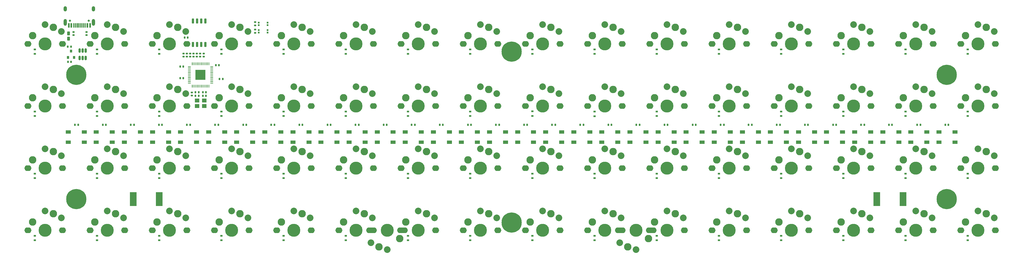
<source format=gbr>
%TF.GenerationSoftware,KiCad,Pcbnew,(6.0.0)*%
%TF.CreationDate,2022-05-01T17:24:26-04:00*%
%TF.ProjectId,HL-2040,484c2d32-3034-4302-9e6b-696361645f70,Mark 2 Rev F*%
%TF.SameCoordinates,Original*%
%TF.FileFunction,Soldermask,Bot*%
%TF.FilePolarity,Negative*%
%FSLAX46Y46*%
G04 Gerber Fmt 4.6, Leading zero omitted, Abs format (unit mm)*
G04 Created by KiCad (PCBNEW (6.0.0)) date 2022-05-01 17:24:26*
%MOMM*%
%LPD*%
G01*
G04 APERTURE LIST*
G04 Aperture macros list*
%AMRoundRect*
0 Rectangle with rounded corners*
0 $1 Rounding radius*
0 $2 $3 $4 $5 $6 $7 $8 $9 X,Y pos of 4 corners*
0 Add a 4 corners polygon primitive as box body*
4,1,4,$2,$3,$4,$5,$6,$7,$8,$9,$2,$3,0*
0 Add four circle primitives for the rounded corners*
1,1,$1+$1,$2,$3*
1,1,$1+$1,$4,$5*
1,1,$1+$1,$6,$7*
1,1,$1+$1,$8,$9*
0 Add four rect primitives between the rounded corners*
20,1,$1+$1,$2,$3,$4,$5,0*
20,1,$1+$1,$4,$5,$6,$7,0*
20,1,$1+$1,$6,$7,$8,$9,0*
20,1,$1+$1,$8,$9,$2,$3,0*%
G04 Aperture macros list end*
%ADD10C,6.200000*%
%ADD11O,2.150000X1.750000*%
%ADD12C,3.987800*%
%ADD13C,2.032000*%
%ADD14C,2.286000*%
%ADD15O,3.300000X1.750000*%
%ADD16RoundRect,0.147500X-0.147500X-0.172500X0.147500X-0.172500X0.147500X0.172500X-0.147500X0.172500X0*%
%ADD17RoundRect,0.147500X0.147500X0.172500X-0.147500X0.172500X-0.147500X-0.172500X0.147500X-0.172500X0*%
%ADD18RoundRect,0.147500X0.172500X-0.147500X0.172500X0.147500X-0.172500X0.147500X-0.172500X-0.147500X0*%
%ADD19R,0.550000X0.550000*%
%ADD20RoundRect,0.050000X0.387500X0.050000X-0.387500X0.050000X-0.387500X-0.050000X0.387500X-0.050000X0*%
%ADD21RoundRect,0.050000X0.050000X0.387500X-0.050000X0.387500X-0.050000X-0.387500X0.050000X-0.387500X0*%
%ADD22R,3.050000X3.050000*%
%ADD23R,0.700000X0.600000*%
%ADD24RoundRect,0.147500X-0.172500X0.147500X-0.172500X-0.147500X0.172500X-0.147500X0.172500X0.147500X0*%
%ADD25RoundRect,0.212500X-0.212500X0.400000X-0.212500X-0.400000X0.212500X-0.400000X0.212500X0.400000X0*%
%ADD26R,0.800000X0.900000*%
%ADD27C,0.650000*%
%ADD28R,0.600000X1.450000*%
%ADD29R,0.300000X1.450000*%
%ADD30O,1.000000X1.600000*%
%ADD31O,1.000000X2.100000*%
%ADD32R,1.500000X1.000000*%
%ADD33R,2.000000X4.200000*%
%ADD34RoundRect,0.150000X-0.150000X0.650000X-0.150000X-0.650000X0.150000X-0.650000X0.150000X0.650000X0*%
%ADD35R,1.400000X1.200000*%
%ADD36RoundRect,0.150000X0.150000X-0.512500X0.150000X0.512500X-0.150000X0.512500X-0.150000X-0.512500X0*%
G04 APERTURE END LIST*
D10*
%TO.C,H6*%
X315098900Y-128579400D03*
%TD*%
%TO.C,H5*%
X315098900Y-90481800D03*
%TD*%
%TO.C,H4*%
X181757300Y-135722700D03*
%TD*%
%TO.C,H3*%
X181757300Y-83338500D03*
%TD*%
%TO.C,H2*%
X48415700Y-128579400D03*
%TD*%
%TO.C,H1*%
X48415700Y-90481800D03*
%TD*%
D11*
%TO.C,K2*%
X63226950Y-80962500D03*
D12*
X57943750Y-80962500D03*
D11*
X52660550Y-80962500D03*
D13*
X62943750Y-77162500D03*
D14*
X60483750Y-75882500D03*
D13*
X57943750Y-75062500D03*
D14*
X54133750Y-78422500D03*
%TD*%
D11*
%TO.C,K3*%
X71710550Y-80949800D03*
X82276950Y-80949800D03*
D12*
X76993750Y-80949800D03*
D13*
X81993750Y-77149800D03*
D14*
X79533750Y-75869800D03*
D13*
X76993750Y-75049800D03*
D14*
X73183750Y-78409800D03*
%TD*%
D12*
%TO.C,K6*%
X134143750Y-80962500D03*
D11*
X128860550Y-80962500D03*
X139426950Y-80962500D03*
D13*
X139143750Y-77162500D03*
D14*
X136683750Y-75882500D03*
D13*
X134143750Y-75062500D03*
D14*
X130333750Y-78422500D03*
%TD*%
D11*
%TO.C,K7*%
X158476950Y-80962500D03*
D12*
X153193750Y-80962500D03*
D11*
X147910550Y-80962500D03*
D13*
X158193750Y-77162500D03*
D14*
X155733750Y-75882500D03*
X149383750Y-78422500D03*
D13*
X153193750Y-75062500D03*
%TD*%
D12*
%TO.C,K8*%
X172243750Y-80962500D03*
D11*
X177526950Y-80962500D03*
X166960550Y-80962500D03*
D13*
X177243750Y-77162500D03*
D14*
X174783750Y-75882500D03*
X168433750Y-78422500D03*
D13*
X172243750Y-75062500D03*
%TD*%
D11*
%TO.C,K9*%
X196576950Y-80962500D03*
D12*
X191293750Y-80962500D03*
D11*
X186010550Y-80962500D03*
D14*
X193833750Y-75882500D03*
D13*
X196293750Y-77162500D03*
D14*
X187483750Y-78422500D03*
D13*
X191293750Y-75062500D03*
%TD*%
D11*
%TO.C,K10*%
X205060550Y-80962500D03*
D12*
X210343750Y-80962500D03*
D11*
X215626950Y-80962500D03*
D14*
X212883750Y-75882500D03*
D13*
X215343750Y-77162500D03*
X210343750Y-75062500D03*
D14*
X206533750Y-78422500D03*
%TD*%
D12*
%TO.C,K11*%
X229393750Y-80962500D03*
D11*
X224110550Y-80962500D03*
X234676950Y-80962500D03*
D14*
X231933750Y-75882500D03*
D13*
X234393750Y-77162500D03*
X229393750Y-75062500D03*
D14*
X225583750Y-78422500D03*
%TD*%
D11*
%TO.C,K12*%
X253726950Y-80962500D03*
D12*
X248443750Y-80962500D03*
D11*
X243160550Y-80962500D03*
D14*
X250983750Y-75882500D03*
D13*
X253443750Y-77162500D03*
X248443750Y-75062500D03*
D14*
X244633750Y-78422500D03*
%TD*%
D11*
%TO.C,K13*%
X272776950Y-80962500D03*
D12*
X267493750Y-80962500D03*
D11*
X262210550Y-80962500D03*
D14*
X270033750Y-75882500D03*
D13*
X272493750Y-77162500D03*
D14*
X263683750Y-78422500D03*
D13*
X267493750Y-75062500D03*
%TD*%
D12*
%TO.C,K14*%
X286543750Y-80962500D03*
D11*
X281260550Y-80962500D03*
X291826950Y-80962500D03*
D14*
X289083750Y-75882500D03*
D13*
X291543750Y-77162500D03*
D14*
X282733750Y-78422500D03*
D13*
X286543750Y-75062500D03*
%TD*%
D12*
%TO.C,K15*%
X305593750Y-80962500D03*
D11*
X310876950Y-80962500D03*
X300310550Y-80962500D03*
D14*
X308133750Y-75882500D03*
D13*
X310593750Y-77162500D03*
X305593750Y-75062500D03*
D14*
X301783750Y-78422500D03*
%TD*%
D11*
%TO.C,K16*%
X319360550Y-80962500D03*
X329926950Y-80962500D03*
D12*
X324643750Y-80962500D03*
D13*
X329643750Y-77162500D03*
D14*
X327183750Y-75882500D03*
X320833750Y-78422500D03*
D13*
X324643750Y-75062500D03*
%TD*%
D12*
%TO.C,K17*%
X38893750Y-100012500D03*
D11*
X33610550Y-100012500D03*
X44176950Y-100012500D03*
D13*
X43893750Y-96212500D03*
D14*
X41433750Y-94932500D03*
D13*
X38893750Y-94112500D03*
D14*
X35083750Y-97472500D03*
%TD*%
D11*
%TO.C,K18*%
X63226950Y-100012500D03*
X52660550Y-100012500D03*
D12*
X57943750Y-100012500D03*
D14*
X60483750Y-94932500D03*
D13*
X62943750Y-96212500D03*
D14*
X54133750Y-97472500D03*
D13*
X57943750Y-94112500D03*
%TD*%
D12*
%TO.C,K19*%
X76993750Y-100012500D03*
D11*
X82276950Y-100012500D03*
X71710550Y-100012500D03*
D13*
X81993750Y-96212500D03*
D14*
X79533750Y-94932500D03*
X73183750Y-97472500D03*
D13*
X76993750Y-94112500D03*
%TD*%
D11*
%TO.C,K22*%
X128860550Y-100012500D03*
D12*
X134143750Y-100012500D03*
D11*
X139426950Y-100012500D03*
D14*
X136683750Y-94932500D03*
D13*
X139143750Y-96212500D03*
D14*
X130333750Y-97472500D03*
D13*
X134143750Y-94112500D03*
%TD*%
D11*
%TO.C,K23*%
X147910550Y-100012500D03*
X158476950Y-100012500D03*
D12*
X153193750Y-100012500D03*
D14*
X155733750Y-94932500D03*
D13*
X158193750Y-96212500D03*
D14*
X149383750Y-97472500D03*
D13*
X153193750Y-94112500D03*
%TD*%
D11*
%TO.C,K24*%
X166960550Y-100012500D03*
X177526950Y-100012500D03*
D12*
X172243750Y-100012500D03*
D14*
X174783750Y-94932500D03*
D13*
X177243750Y-96212500D03*
D14*
X168433750Y-97472500D03*
D13*
X172243750Y-94112500D03*
%TD*%
D11*
%TO.C,K25*%
X186010550Y-100012500D03*
X196576950Y-100012500D03*
D12*
X191293750Y-100012500D03*
D14*
X193833750Y-94932500D03*
D13*
X196293750Y-96212500D03*
X191293750Y-94112500D03*
D14*
X187483750Y-97472500D03*
%TD*%
D12*
%TO.C,K26*%
X210343750Y-100012500D03*
D11*
X215626950Y-100012500D03*
X205060550Y-100012500D03*
D13*
X215343750Y-96212500D03*
D14*
X212883750Y-94932500D03*
D13*
X210343750Y-94112500D03*
D14*
X206533750Y-97472500D03*
%TD*%
D11*
%TO.C,K27*%
X234676950Y-100012500D03*
D12*
X229393750Y-100012500D03*
D11*
X224110550Y-100012500D03*
D13*
X234393750Y-96212500D03*
D14*
X231933750Y-94932500D03*
D13*
X229393750Y-94112500D03*
D14*
X225583750Y-97472500D03*
%TD*%
D11*
%TO.C,K28*%
X243160550Y-100012500D03*
D12*
X248443750Y-100012500D03*
D11*
X253726950Y-100012500D03*
D13*
X253443750Y-96212500D03*
D14*
X250983750Y-94932500D03*
D13*
X248443750Y-94112500D03*
D14*
X244633750Y-97472500D03*
%TD*%
D12*
%TO.C,K29*%
X267493750Y-100012500D03*
D11*
X272776950Y-100012500D03*
X262210550Y-100012500D03*
D14*
X270033750Y-94932500D03*
D13*
X272493750Y-96212500D03*
X267493750Y-94112500D03*
D14*
X263683750Y-97472500D03*
%TD*%
D12*
%TO.C,K30*%
X286543750Y-100012500D03*
D11*
X281260550Y-100012500D03*
X291826950Y-100012500D03*
D14*
X289083750Y-94932500D03*
D13*
X291543750Y-96212500D03*
D14*
X282733750Y-97472500D03*
D13*
X286543750Y-94112500D03*
%TD*%
D11*
%TO.C,K31*%
X310876950Y-100012500D03*
D12*
X305593750Y-100012500D03*
D11*
X300310550Y-100012500D03*
D13*
X310593750Y-96212500D03*
D14*
X308133750Y-94932500D03*
X301783750Y-97472500D03*
D13*
X305593750Y-94112500D03*
%TD*%
D11*
%TO.C,K32*%
X319360550Y-100012500D03*
X329926950Y-100012500D03*
D12*
X324643750Y-100012500D03*
D14*
X327183750Y-94932500D03*
D13*
X329643750Y-96212500D03*
X324643750Y-94112500D03*
D14*
X320833750Y-97472500D03*
%TD*%
D11*
%TO.C,K33*%
X33610550Y-119062500D03*
D12*
X38893750Y-119062500D03*
D11*
X44176950Y-119062500D03*
D13*
X43893750Y-115262500D03*
D14*
X41433750Y-113982500D03*
D13*
X38893750Y-113162500D03*
D14*
X35083750Y-116522500D03*
%TD*%
D11*
%TO.C,K34*%
X52660550Y-119062500D03*
D12*
X57943750Y-119062500D03*
D11*
X63226950Y-119062500D03*
D13*
X62943750Y-115262500D03*
D14*
X60483750Y-113982500D03*
D13*
X57943750Y-113162500D03*
D14*
X54133750Y-116522500D03*
%TD*%
D11*
%TO.C,K35*%
X71710550Y-119062500D03*
D12*
X76993750Y-119062500D03*
D11*
X82276950Y-119062500D03*
D13*
X81993750Y-115262500D03*
D14*
X79533750Y-113982500D03*
D13*
X76993750Y-113162500D03*
D14*
X73183750Y-116522500D03*
%TD*%
D12*
%TO.C,K36*%
X96043750Y-119062500D03*
D11*
X90760550Y-119062500D03*
X101326950Y-119062500D03*
D14*
X98583750Y-113982500D03*
D13*
X101043750Y-115262500D03*
D14*
X92233750Y-116522500D03*
D13*
X96043750Y-113162500D03*
%TD*%
D12*
%TO.C,K37*%
X115093750Y-119062500D03*
D11*
X109810550Y-119062500D03*
X120376950Y-119062500D03*
D14*
X117633750Y-113982500D03*
D13*
X120093750Y-115262500D03*
X115093750Y-113162500D03*
D14*
X111283750Y-116522500D03*
%TD*%
D11*
%TO.C,K38*%
X139426950Y-119062500D03*
X128860550Y-119062500D03*
D12*
X134143750Y-119062500D03*
D13*
X139143750Y-115262500D03*
D14*
X136683750Y-113982500D03*
D13*
X134143750Y-113162500D03*
D14*
X130333750Y-116522500D03*
%TD*%
D11*
%TO.C,K39*%
X147910550Y-119062500D03*
X158476950Y-119062500D03*
D12*
X153193750Y-119062500D03*
D14*
X155733750Y-113982500D03*
D13*
X158193750Y-115262500D03*
X153193750Y-113162500D03*
D14*
X149383750Y-116522500D03*
%TD*%
D11*
%TO.C,K40*%
X166960550Y-119062500D03*
D12*
X172243750Y-119062500D03*
D11*
X177526950Y-119062500D03*
D13*
X177243750Y-115262500D03*
D14*
X174783750Y-113982500D03*
D13*
X172243750Y-113162500D03*
D14*
X168433750Y-116522500D03*
%TD*%
D11*
%TO.C,K41*%
X196576950Y-119062500D03*
D12*
X191293750Y-119062500D03*
D11*
X186010550Y-119062500D03*
D13*
X196293750Y-115262500D03*
D14*
X193833750Y-113982500D03*
D13*
X191293750Y-113162500D03*
D14*
X187483750Y-116522500D03*
%TD*%
D11*
%TO.C,K42*%
X215626950Y-119062500D03*
D12*
X210343750Y-119062500D03*
D11*
X205060550Y-119062500D03*
D14*
X212883750Y-113982500D03*
D13*
X215343750Y-115262500D03*
D14*
X206533750Y-116522500D03*
D13*
X210343750Y-113162500D03*
%TD*%
D11*
%TO.C,K43*%
X234676950Y-119062500D03*
X224110550Y-119062500D03*
D12*
X229393750Y-119062500D03*
D13*
X234393750Y-115262500D03*
D14*
X231933750Y-113982500D03*
X225583750Y-116522500D03*
D13*
X229393750Y-113162500D03*
%TD*%
D11*
%TO.C,K44*%
X243160550Y-119062500D03*
D12*
X248443750Y-119062500D03*
D11*
X253726950Y-119062500D03*
D14*
X250983750Y-113982500D03*
D13*
X253443750Y-115262500D03*
X248443750Y-113162500D03*
D14*
X244633750Y-116522500D03*
%TD*%
D12*
%TO.C,K45*%
X267493750Y-119062500D03*
D11*
X272776950Y-119062500D03*
X262210550Y-119062500D03*
D14*
X270033750Y-113982500D03*
D13*
X272493750Y-115262500D03*
X267493750Y-113162500D03*
D14*
X263683750Y-116522500D03*
%TD*%
D11*
%TO.C,K46*%
X281260550Y-119062500D03*
D12*
X286543750Y-119062500D03*
D11*
X291826950Y-119062500D03*
D14*
X289083750Y-113982500D03*
D13*
X291543750Y-115262500D03*
X286543750Y-113162500D03*
D14*
X282733750Y-116522500D03*
%TD*%
D11*
%TO.C,K47*%
X300310550Y-119062500D03*
D12*
X305593750Y-119062500D03*
D11*
X310876950Y-119062500D03*
D13*
X310593750Y-115262500D03*
D14*
X308133750Y-113982500D03*
X301783750Y-116522500D03*
D13*
X305593750Y-113162500D03*
%TD*%
D12*
%TO.C,K48*%
X324643750Y-119062500D03*
D11*
X329926950Y-119062500D03*
X319360550Y-119062500D03*
D14*
X327183750Y-113982500D03*
D13*
X329643750Y-115262500D03*
D14*
X320833750Y-116522500D03*
D13*
X324643750Y-113162500D03*
%TD*%
D12*
%TO.C,K49*%
X38893750Y-138112500D03*
D11*
X44176950Y-138112500D03*
X33610550Y-138112500D03*
D13*
X43893750Y-134312500D03*
D14*
X41433750Y-133032500D03*
D13*
X38893750Y-132212500D03*
D14*
X35083750Y-135572500D03*
%TD*%
D11*
%TO.C,K50*%
X63226950Y-138112500D03*
D12*
X57943750Y-138112500D03*
D11*
X52660550Y-138112500D03*
D13*
X62943750Y-134312500D03*
D14*
X60483750Y-133032500D03*
D13*
X57943750Y-132212500D03*
D14*
X54133750Y-135572500D03*
%TD*%
D11*
%TO.C,K51*%
X82276950Y-138112500D03*
X71710550Y-138112500D03*
D12*
X76993750Y-138112500D03*
D14*
X79533750Y-133032500D03*
D13*
X81993750Y-134312500D03*
D14*
X73183750Y-135572500D03*
D13*
X76993750Y-132212500D03*
%TD*%
D11*
%TO.C,K52*%
X101326950Y-138112500D03*
D12*
X96043750Y-138112500D03*
D11*
X90760550Y-138112500D03*
D13*
X101043750Y-134312500D03*
D14*
X98583750Y-133032500D03*
D13*
X96043750Y-132212500D03*
D14*
X92233750Y-135572500D03*
%TD*%
D12*
%TO.C,K53*%
X115093750Y-138112500D03*
D11*
X120376950Y-138112500D03*
X109810550Y-138112500D03*
D13*
X120093750Y-134312500D03*
D14*
X117633750Y-133032500D03*
X111283750Y-135572500D03*
D13*
X115093750Y-132212500D03*
%TD*%
D15*
%TO.C,K54*%
X138905950Y-138112500D03*
D11*
X128860550Y-138112500D03*
D15*
X148367750Y-138112500D03*
D12*
X134143750Y-138112500D03*
X143668150Y-138112500D03*
D13*
X138668150Y-141912500D03*
D14*
X141128150Y-143192500D03*
D13*
X139143750Y-134312500D03*
D14*
X136683750Y-133032500D03*
X130333750Y-135572500D03*
D13*
X134143750Y-132212500D03*
D14*
X147478150Y-140652500D03*
D13*
X143668150Y-144012500D03*
%TD*%
D11*
%TO.C,K55*%
X158476950Y-138112500D03*
D12*
X153193750Y-138112500D03*
D11*
X147910550Y-138112500D03*
D14*
X155733750Y-133032500D03*
D13*
X158193750Y-134312500D03*
X153193750Y-132212500D03*
D14*
X149383750Y-135572500D03*
%TD*%
D11*
%TO.C,K56*%
X177526950Y-138112500D03*
D12*
X172243750Y-138112500D03*
D11*
X166960550Y-138112500D03*
D14*
X174783750Y-133032500D03*
D13*
X177243750Y-134312500D03*
D14*
X168433750Y-135572500D03*
D13*
X172243750Y-132212500D03*
%TD*%
D11*
%TO.C,K57*%
X186010550Y-138112500D03*
X196576950Y-138112500D03*
D12*
X191293750Y-138112500D03*
D13*
X196293750Y-134312500D03*
D14*
X193833750Y-133032500D03*
D13*
X191293750Y-132212500D03*
D14*
X187483750Y-135572500D03*
%TD*%
D12*
%TO.C,K58*%
X210343750Y-138112500D03*
D15*
X215105950Y-138112500D03*
X224567750Y-138112500D03*
D11*
X205060550Y-138112500D03*
D12*
X219868150Y-138112500D03*
D14*
X217328150Y-143192500D03*
X212883750Y-133032500D03*
D13*
X214868150Y-141912500D03*
X215343750Y-134312500D03*
D14*
X206533750Y-135572500D03*
D13*
X210343750Y-132212500D03*
D14*
X223678150Y-140652500D03*
D13*
X219868150Y-144012500D03*
%TD*%
D11*
%TO.C,K59*%
X224110550Y-138112500D03*
D12*
X229393750Y-138112500D03*
D11*
X234676950Y-138112500D03*
D13*
X234393750Y-134312500D03*
D14*
X231933750Y-133032500D03*
X225583750Y-135572500D03*
D13*
X229393750Y-132212500D03*
%TD*%
D11*
%TO.C,K60*%
X243160550Y-138112500D03*
X253726950Y-138112500D03*
D12*
X248443750Y-138112500D03*
D13*
X253443750Y-134312500D03*
D14*
X250983750Y-133032500D03*
D13*
X248443750Y-132212500D03*
D14*
X244633750Y-135572500D03*
%TD*%
D11*
%TO.C,K61*%
X272776950Y-138112500D03*
D12*
X267493750Y-138112500D03*
D11*
X262210550Y-138112500D03*
D14*
X270033750Y-133032500D03*
D13*
X272493750Y-134312500D03*
X267493750Y-132212500D03*
D14*
X263683750Y-135572500D03*
%TD*%
D12*
%TO.C,K62*%
X286543750Y-138112500D03*
D11*
X291826950Y-138112500D03*
X281260550Y-138112500D03*
D14*
X289083750Y-133032500D03*
D13*
X291543750Y-134312500D03*
D14*
X282733750Y-135572500D03*
D13*
X286543750Y-132212500D03*
%TD*%
D12*
%TO.C,K63*%
X305593750Y-138112500D03*
D11*
X310876950Y-138112500D03*
X300310550Y-138112500D03*
D14*
X308133750Y-133032500D03*
D13*
X310593750Y-134312500D03*
X305593750Y-132212500D03*
D14*
X301783750Y-135572500D03*
%TD*%
D11*
%TO.C,K64*%
X319360550Y-138112500D03*
D12*
X324643750Y-138112500D03*
D11*
X329926950Y-138112500D03*
D14*
X327183750Y-133032500D03*
D13*
X329643750Y-134312500D03*
D14*
X320833750Y-135572500D03*
D13*
X324643750Y-132212500D03*
%TD*%
D11*
%TO.C,K1*%
X44176950Y-80962500D03*
X33610550Y-80962500D03*
D12*
X38893750Y-80962500D03*
D14*
X41433750Y-75882500D03*
D13*
X43893750Y-77162500D03*
X38893750Y-75062500D03*
D14*
X35083750Y-78422500D03*
%TD*%
D11*
%TO.C,K4*%
X101326950Y-80962500D03*
X90760550Y-80962500D03*
D12*
X96043750Y-80962500D03*
D14*
X98583750Y-75882500D03*
D13*
X101043750Y-77162500D03*
D14*
X92233750Y-78422500D03*
D13*
X96043750Y-75062500D03*
%TD*%
D11*
%TO.C,K5*%
X109810550Y-80962500D03*
D12*
X115093750Y-80962500D03*
D11*
X120376950Y-80962500D03*
D13*
X120093750Y-77162500D03*
D14*
X117633750Y-75882500D03*
D13*
X115093750Y-75062500D03*
D14*
X111283750Y-78422500D03*
%TD*%
D12*
%TO.C,K21*%
X115093750Y-100012500D03*
D11*
X109810550Y-100012500D03*
X120376950Y-100012500D03*
D13*
X120093750Y-96212500D03*
D14*
X117633750Y-94932500D03*
X111283750Y-97472500D03*
D13*
X115093750Y-94112500D03*
%TD*%
D11*
%TO.C,K20*%
X101326950Y-100012500D03*
X90760550Y-100012500D03*
D12*
X96043750Y-100012500D03*
D13*
X101043750Y-96212500D03*
D14*
X98583750Y-94932500D03*
X92233750Y-97472500D03*
D13*
X96043750Y-94112500D03*
%TD*%
D16*
%TO.C,C1*%
X91158200Y-87477600D03*
X92128200Y-87477600D03*
%TD*%
D17*
%TO.C,C2*%
X85930600Y-95808800D03*
X84960600Y-95808800D03*
%TD*%
D16*
%TO.C,C3*%
X92326600Y-91744800D03*
X93296600Y-91744800D03*
%TD*%
D18*
%TO.C,C6*%
X81305400Y-84886800D03*
X81305400Y-83916800D03*
%TD*%
%TO.C,C8*%
X85394800Y-84886800D03*
X85394800Y-83916800D03*
%TD*%
D19*
%TO.C,S1*%
X104339000Y-77464000D03*
X104339000Y-76714000D03*
X106989000Y-76714000D03*
X106989000Y-77464000D03*
%TD*%
D20*
%TO.C,U0*%
X89924500Y-87887500D03*
X89924500Y-88287500D03*
X89924500Y-88687500D03*
X89924500Y-89087500D03*
X89924500Y-89487500D03*
X89924500Y-89887500D03*
X89924500Y-90287500D03*
X89924500Y-90687500D03*
X89924500Y-91087500D03*
X89924500Y-91487500D03*
X89924500Y-91887500D03*
X89924500Y-92287500D03*
X89924500Y-92687500D03*
X89924500Y-93087500D03*
D21*
X89087000Y-93925000D03*
X88687000Y-93925000D03*
X88287000Y-93925000D03*
X87887000Y-93925000D03*
X87487000Y-93925000D03*
X87087000Y-93925000D03*
X86687000Y-93925000D03*
X86287000Y-93925000D03*
X85887000Y-93925000D03*
X85487000Y-93925000D03*
X85087000Y-93925000D03*
X84687000Y-93925000D03*
X84287000Y-93925000D03*
X83887000Y-93925000D03*
D20*
X83049500Y-93087500D03*
X83049500Y-92687500D03*
X83049500Y-92287500D03*
X83049500Y-91887500D03*
X83049500Y-91487500D03*
X83049500Y-91087500D03*
X83049500Y-90687500D03*
X83049500Y-90287500D03*
X83049500Y-89887500D03*
X83049500Y-89487500D03*
X83049500Y-89087500D03*
X83049500Y-88687500D03*
X83049500Y-88287500D03*
X83049500Y-87887500D03*
D21*
X83887000Y-87050000D03*
X84287000Y-87050000D03*
X84687000Y-87050000D03*
X85087000Y-87050000D03*
X85487000Y-87050000D03*
X85887000Y-87050000D03*
X86287000Y-87050000D03*
X86687000Y-87050000D03*
X87087000Y-87050000D03*
X87487000Y-87050000D03*
X87887000Y-87050000D03*
X88287000Y-87050000D03*
X88687000Y-87050000D03*
X89087000Y-87050000D03*
D22*
X86487000Y-90487500D03*
%TD*%
D18*
%TO.C,C7*%
X82346800Y-84886800D03*
X82346800Y-83916800D03*
%TD*%
D23*
%TO.C,D1*%
X35718750Y-84043750D03*
X35718750Y-82643750D03*
%TD*%
%TO.C,D2*%
X54768750Y-84043750D03*
X54768750Y-82643750D03*
%TD*%
%TO.C,D3*%
X73818750Y-84043750D03*
X73818750Y-82643750D03*
%TD*%
%TO.C,D4*%
X92868750Y-84043750D03*
X92868750Y-82643750D03*
%TD*%
%TO.C,D5*%
X111918750Y-84043750D03*
X111918750Y-82643750D03*
%TD*%
%TO.C,D6*%
X130968750Y-84043750D03*
X130968750Y-82643750D03*
%TD*%
%TO.C,D7*%
X150018750Y-84043750D03*
X150018750Y-82643750D03*
%TD*%
%TO.C,D8*%
X169068750Y-84043750D03*
X169068750Y-82643750D03*
%TD*%
%TO.C,D9*%
X188118750Y-84043750D03*
X188118750Y-82643750D03*
%TD*%
%TO.C,D10*%
X207168750Y-84043750D03*
X207168750Y-82643750D03*
%TD*%
%TO.C,D11*%
X226218750Y-84043750D03*
X226218750Y-82643750D03*
%TD*%
%TO.C,D12*%
X245268750Y-84043750D03*
X245268750Y-82643750D03*
%TD*%
%TO.C,D13*%
X264318750Y-84043750D03*
X264318750Y-82643750D03*
%TD*%
%TO.C,D14*%
X283368750Y-84043750D03*
X283368750Y-82643750D03*
%TD*%
%TO.C,D15*%
X302418750Y-84043750D03*
X302418750Y-82643750D03*
%TD*%
%TO.C,D16*%
X321468750Y-84043750D03*
X321468750Y-82643750D03*
%TD*%
%TO.C,D17*%
X35718750Y-103093750D03*
X35718750Y-101693750D03*
%TD*%
%TO.C,D18*%
X54768750Y-103093750D03*
X54768750Y-101693750D03*
%TD*%
%TO.C,D19*%
X73818750Y-103093750D03*
X73818750Y-101693750D03*
%TD*%
%TO.C,D20*%
X92868750Y-103093750D03*
X92868750Y-101693750D03*
%TD*%
%TO.C,D21*%
X111918750Y-103093750D03*
X111918750Y-101693750D03*
%TD*%
%TO.C,D22*%
X130968750Y-103093750D03*
X130968750Y-101693750D03*
%TD*%
%TO.C,D23*%
X150018750Y-103093750D03*
X150018750Y-101693750D03*
%TD*%
%TO.C,D24*%
X169068750Y-103093750D03*
X169068750Y-101693750D03*
%TD*%
%TO.C,D25*%
X188118750Y-103031250D03*
X188118750Y-101631250D03*
%TD*%
%TO.C,D26*%
X207168750Y-103106250D03*
X207168750Y-101706250D03*
%TD*%
%TO.C,D27*%
X226218750Y-103093750D03*
X226218750Y-101693750D03*
%TD*%
%TO.C,D28*%
X245268750Y-103093750D03*
X245268750Y-101693750D03*
%TD*%
%TO.C,D29*%
X264318750Y-103093750D03*
X264318750Y-101693750D03*
%TD*%
%TO.C,D30*%
X283368750Y-103093750D03*
X283368750Y-101693750D03*
%TD*%
%TO.C,D31*%
X302418750Y-103093750D03*
X302418750Y-101693750D03*
%TD*%
%TO.C,D32*%
X321468750Y-103093750D03*
X321468750Y-101693750D03*
%TD*%
%TO.C,D33*%
X35718750Y-122143750D03*
X35718750Y-120743750D03*
%TD*%
%TO.C,D34*%
X54768750Y-122143750D03*
X54768750Y-120743750D03*
%TD*%
%TO.C,D35*%
X73818750Y-122143750D03*
X73818750Y-120743750D03*
%TD*%
%TO.C,D36*%
X92868750Y-122143750D03*
X92868750Y-120743750D03*
%TD*%
%TO.C,D37*%
X111918750Y-122143750D03*
X111918750Y-120743750D03*
%TD*%
%TO.C,D38*%
X130968750Y-122143750D03*
X130968750Y-120743750D03*
%TD*%
%TO.C,D39*%
X150018750Y-122143750D03*
X150018750Y-120743750D03*
%TD*%
%TO.C,D40*%
X169068750Y-122143750D03*
X169068750Y-120743750D03*
%TD*%
%TO.C,D41*%
X188118750Y-122143750D03*
X188118750Y-120743750D03*
%TD*%
%TO.C,D42*%
X207168750Y-122143750D03*
X207168750Y-120743750D03*
%TD*%
%TO.C,D43*%
X226218750Y-122143750D03*
X226218750Y-120743750D03*
%TD*%
%TO.C,D44*%
X245268750Y-122143750D03*
X245268750Y-120743750D03*
%TD*%
%TO.C,D45*%
X264318750Y-122143750D03*
X264318750Y-120743750D03*
%TD*%
%TO.C,D46*%
X283368750Y-122143750D03*
X283368750Y-120743750D03*
%TD*%
%TO.C,D47*%
X302418750Y-122143750D03*
X302418750Y-120743750D03*
%TD*%
%TO.C,D48*%
X321468750Y-122143750D03*
X321468750Y-120743750D03*
%TD*%
%TO.C,D49*%
X35718750Y-141193750D03*
X35718750Y-139793750D03*
%TD*%
%TO.C,D50*%
X54768750Y-141193750D03*
X54768750Y-139793750D03*
%TD*%
%TO.C,D51*%
X73818750Y-141193750D03*
X73818750Y-139793750D03*
%TD*%
%TO.C,D52*%
X92868750Y-141193750D03*
X92868750Y-139793750D03*
%TD*%
%TO.C,D53*%
X111918750Y-141193750D03*
X111918750Y-139793750D03*
%TD*%
%TO.C,D54*%
X130968750Y-141193750D03*
X130968750Y-139793750D03*
%TD*%
%TO.C,D55*%
X150018750Y-141193750D03*
X150018750Y-139793750D03*
%TD*%
%TO.C,D56*%
X169068750Y-141193750D03*
X169068750Y-139793750D03*
%TD*%
%TO.C,D57*%
X188118750Y-141193750D03*
X188118750Y-139793750D03*
%TD*%
%TO.C,D58*%
X207168750Y-141193750D03*
X207168750Y-139793750D03*
%TD*%
%TO.C,D59*%
X226218750Y-141193750D03*
X226218750Y-139793750D03*
%TD*%
%TO.C,D60*%
X245268750Y-141193750D03*
X245268750Y-139793750D03*
%TD*%
%TO.C,D61*%
X264318750Y-141193750D03*
X264318750Y-139793750D03*
%TD*%
%TO.C,D62*%
X283368750Y-141193750D03*
X283368750Y-139793750D03*
%TD*%
%TO.C,D63*%
X302418750Y-141193750D03*
X302418750Y-139793750D03*
%TD*%
%TO.C,D64*%
X321468750Y-141193750D03*
X321468750Y-139793750D03*
%TD*%
D18*
%TO.C,RC2*%
X51593750Y-78272500D03*
X51593750Y-77302500D03*
%TD*%
D24*
%TO.C,RC1*%
X47625000Y-77302500D03*
X47625000Y-78272500D03*
%TD*%
%TO.C,RD1*%
X84378800Y-83916800D03*
X84378800Y-84886800D03*
%TD*%
D25*
%TO.C,F0*%
X46069250Y-77737000D03*
X46069250Y-79362000D03*
%TD*%
D26*
%TO.C,U1*%
X47781250Y-85124800D03*
X45881250Y-85124800D03*
X46831250Y-83124800D03*
%TD*%
D17*
%TO.C,LC1*%
X48999000Y-105791000D03*
X48029000Y-105791000D03*
%TD*%
%TO.C,C4*%
X81206200Y-91490800D03*
X80236200Y-91490800D03*
%TD*%
D27*
%TO.C,J0*%
X52293000Y-73847000D03*
X46513000Y-73847000D03*
D28*
X46153000Y-75292000D03*
X46953000Y-75292000D03*
D29*
X48153000Y-75292000D03*
X49153000Y-75292000D03*
X49653000Y-75292000D03*
X50653000Y-75292000D03*
D28*
X51853000Y-75292000D03*
X52653000Y-75292000D03*
X52653000Y-75292000D03*
X51853000Y-75292000D03*
D29*
X51153000Y-75292000D03*
X50153000Y-75292000D03*
X48653000Y-75292000D03*
X47653000Y-75292000D03*
D28*
X46953000Y-75292000D03*
X46153000Y-75292000D03*
D30*
X45083000Y-70197000D03*
D31*
X45083000Y-74377000D03*
D30*
X53723000Y-70197000D03*
D31*
X53723000Y-74377000D03*
%TD*%
D17*
%TO.C,LC3*%
X66111225Y-105791000D03*
X65141225Y-105791000D03*
%TD*%
%TO.C,LC10*%
X126333800Y-105791000D03*
X125363800Y-105791000D03*
%TD*%
%TO.C,LC12*%
X143540250Y-105791000D03*
X142570250Y-105791000D03*
%TD*%
%TO.C,LC6*%
X91920900Y-105791000D03*
X90950900Y-105791000D03*
%TD*%
%TO.C,LC8*%
X109127350Y-105791000D03*
X108157350Y-105791000D03*
%TD*%
%TO.C,LC9*%
X117730575Y-105791000D03*
X116760575Y-105791000D03*
%TD*%
%TO.C,LC7*%
X100524125Y-105791000D03*
X99554125Y-105791000D03*
%TD*%
%TO.C,LC5*%
X83317675Y-105791000D03*
X82347675Y-105791000D03*
%TD*%
%TO.C,LC11*%
X134937025Y-105791000D03*
X133967025Y-105791000D03*
%TD*%
%TO.C,LC13*%
X152143475Y-105791000D03*
X151173475Y-105791000D03*
%TD*%
%TO.C,LC4*%
X74714450Y-105791000D03*
X73744450Y-105791000D03*
%TD*%
%TO.C,LC14*%
X160746700Y-105791000D03*
X159776700Y-105791000D03*
%TD*%
%TO.C,LC15*%
X169349925Y-105791000D03*
X168379925Y-105791000D03*
%TD*%
%TO.C,LC16*%
X177953150Y-105791000D03*
X176983150Y-105791000D03*
%TD*%
%TO.C,LC17*%
X186556375Y-105791000D03*
X185586375Y-105791000D03*
%TD*%
%TO.C,LC18*%
X195159600Y-105791000D03*
X194189600Y-105791000D03*
%TD*%
%TO.C,LC19*%
X203762825Y-105791000D03*
X202792825Y-105791000D03*
%TD*%
%TO.C,LC20*%
X212366050Y-105791000D03*
X211396050Y-105791000D03*
%TD*%
%TO.C,LC21*%
X220957000Y-105791000D03*
X219987000Y-105791000D03*
%TD*%
%TO.C,LC22*%
X229572500Y-105791000D03*
X228602500Y-105791000D03*
%TD*%
%TO.C,LC23*%
X238175725Y-105791000D03*
X237205725Y-105791000D03*
%TD*%
%TO.C,LC24*%
X246778950Y-105791000D03*
X245808950Y-105791000D03*
%TD*%
%TO.C,LC25*%
X255347800Y-105791000D03*
X254377800Y-105791000D03*
%TD*%
%TO.C,LC26*%
X263985400Y-105791000D03*
X263015400Y-105791000D03*
%TD*%
%TO.C,LC27*%
X272588625Y-105791000D03*
X271618625Y-105791000D03*
%TD*%
%TO.C,LC28*%
X281191850Y-105791000D03*
X280221850Y-105791000D03*
%TD*%
%TO.C,LC29*%
X289795075Y-105791000D03*
X288825075Y-105791000D03*
%TD*%
%TO.C,LC30*%
X298326425Y-105791000D03*
X297356425Y-105791000D03*
%TD*%
%TO.C,LC31*%
X307001525Y-105791000D03*
X306031525Y-105791000D03*
%TD*%
%TO.C,LC32*%
X315604750Y-105791000D03*
X314634750Y-105791000D03*
%TD*%
D32*
%TO.C,LD16*%
X179917125Y-107937500D03*
X179917125Y-111137500D03*
X175017125Y-111137500D03*
X175017125Y-107937500D03*
%TD*%
%TO.C,LD17*%
X188520350Y-107937500D03*
X188520350Y-111137500D03*
X183620350Y-111137500D03*
X183620350Y-107937500D03*
%TD*%
%TO.C,LD18*%
X197123575Y-107937500D03*
X197123575Y-111137500D03*
X192223575Y-111137500D03*
X192223575Y-107937500D03*
%TD*%
%TO.C,LD19*%
X205726800Y-107937500D03*
X205726800Y-111137500D03*
X200826800Y-111137500D03*
X200826800Y-107937500D03*
%TD*%
%TO.C,LD20*%
X214330025Y-107937500D03*
X214330025Y-111137500D03*
X209430025Y-111137500D03*
X209430025Y-107937500D03*
%TD*%
%TO.C,LD21*%
X222933250Y-107937500D03*
X222933250Y-111137500D03*
X218033250Y-111137500D03*
X218033250Y-107937500D03*
%TD*%
%TO.C,LD22*%
X231536475Y-107937500D03*
X231536475Y-111137500D03*
X226636475Y-111137500D03*
X226636475Y-107937500D03*
%TD*%
%TO.C,LD23*%
X240139700Y-107937500D03*
X240139700Y-111137500D03*
X235239700Y-111137500D03*
X235239700Y-107937500D03*
%TD*%
%TO.C,LD24*%
X248742925Y-107937500D03*
X248742925Y-111137500D03*
X243842925Y-111137500D03*
X243842925Y-107937500D03*
%TD*%
%TO.C,LD25*%
X257380525Y-107937500D03*
X257380525Y-111137500D03*
X252480525Y-111137500D03*
X252480525Y-107937500D03*
%TD*%
%TO.C,LD26*%
X265949375Y-107937500D03*
X265949375Y-111137500D03*
X261049375Y-111137500D03*
X261049375Y-107937500D03*
%TD*%
%TO.C,LD27*%
X274552600Y-107937500D03*
X274552600Y-111137500D03*
X269652600Y-111137500D03*
X269652600Y-107937500D03*
%TD*%
%TO.C,LD28*%
X283155825Y-107937500D03*
X283155825Y-111137500D03*
X278255825Y-111137500D03*
X278255825Y-107937500D03*
%TD*%
%TO.C,LD29*%
X291759050Y-107937500D03*
X291759050Y-111137500D03*
X286859050Y-111137500D03*
X286859050Y-107937500D03*
%TD*%
%TO.C,LD30*%
X300434150Y-107937500D03*
X300434150Y-111137500D03*
X295534150Y-111137500D03*
X295534150Y-107937500D03*
%TD*%
%TO.C,LD32*%
X317568725Y-107937500D03*
X317568725Y-111137500D03*
X312668725Y-111137500D03*
X312668725Y-107937500D03*
%TD*%
%TO.C,LD31*%
X308965500Y-107937500D03*
X308965500Y-111137500D03*
X304065500Y-111137500D03*
X304065500Y-107937500D03*
%TD*%
%TO.C,LD15*%
X171313900Y-107937500D03*
X171313900Y-111137500D03*
X166413900Y-111137500D03*
X166413900Y-107937500D03*
%TD*%
%TO.C,LD14*%
X162710675Y-107937500D03*
X162710675Y-111137500D03*
X157810675Y-111137500D03*
X157810675Y-107937500D03*
%TD*%
%TO.C,LD12*%
X145504225Y-107937500D03*
X145504225Y-111137500D03*
X140604225Y-111137500D03*
X140604225Y-107937500D03*
%TD*%
%TO.C,LD10*%
X128297775Y-107937500D03*
X128297775Y-111137500D03*
X123397775Y-111137500D03*
X123397775Y-107937500D03*
%TD*%
%TO.C,LD13*%
X154107450Y-107937500D03*
X154107450Y-111137500D03*
X149207450Y-111137500D03*
X149207450Y-107937500D03*
%TD*%
%TO.C,LD5*%
X85281650Y-107937500D03*
X85281650Y-111137500D03*
X80381650Y-111137500D03*
X80381650Y-107937500D03*
%TD*%
%TO.C,LD11*%
X136901000Y-107937500D03*
X136901000Y-111137500D03*
X132001000Y-111137500D03*
X132001000Y-107937500D03*
%TD*%
%TO.C,LD6*%
X93884875Y-107937500D03*
X93884875Y-111137500D03*
X88984875Y-111137500D03*
X88984875Y-107937500D03*
%TD*%
%TO.C,LD7*%
X102488100Y-107937500D03*
X102488100Y-111137500D03*
X97588100Y-111137500D03*
X97588100Y-107937500D03*
%TD*%
%TO.C,LD8*%
X111091325Y-107937500D03*
X111091325Y-111137500D03*
X106191325Y-111137500D03*
X106191325Y-107937500D03*
%TD*%
%TO.C,LD9*%
X119694550Y-107937500D03*
X119694550Y-111137500D03*
X114794550Y-111137500D03*
X114794550Y-107937500D03*
%TD*%
%TO.C,LD2*%
X59471975Y-107937500D03*
X59471975Y-111137500D03*
X54571975Y-111137500D03*
X54571975Y-107937500D03*
%TD*%
%TO.C,LD1*%
X50868750Y-107937500D03*
X50868750Y-111137500D03*
X45968750Y-111137500D03*
X45968750Y-107937500D03*
%TD*%
%TO.C,LD3*%
X68075200Y-107937500D03*
X68075200Y-111137500D03*
X63175200Y-111137500D03*
X63175200Y-107937500D03*
%TD*%
%TO.C,LD4*%
X76678425Y-107937500D03*
X76678425Y-111137500D03*
X71778425Y-111137500D03*
X71778425Y-107937500D03*
%TD*%
D17*
%TO.C,LC2*%
X57508000Y-105791000D03*
X56538000Y-105791000D03*
%TD*%
%TO.C,C5*%
X81206200Y-87884000D03*
X80236200Y-87884000D03*
%TD*%
D33*
%TO.C,TX0*%
X293656250Y-128587500D03*
X301656250Y-128587500D03*
%TD*%
%TO.C,TX1*%
X73850000Y-128587500D03*
X65850000Y-128587500D03*
%TD*%
D17*
%TO.C,CF1*%
X82603200Y-79019400D03*
X81633200Y-79019400D03*
%TD*%
D18*
%TO.C,C10*%
X87452200Y-84886800D03*
X87452200Y-83916800D03*
%TD*%
D24*
%TO.C,C11*%
X83870800Y-95857200D03*
X83870800Y-96827200D03*
%TD*%
D34*
%TO.C,U3*%
X84150200Y-73920800D03*
X85420200Y-73920800D03*
X86690200Y-73920800D03*
X87960200Y-73920800D03*
X87960200Y-81120800D03*
X86690200Y-81120800D03*
X85420200Y-81120800D03*
X84150200Y-81120800D03*
%TD*%
D19*
%TO.C,S2*%
X106989000Y-75178000D03*
X106989000Y-74428000D03*
X104339000Y-75178000D03*
X104339000Y-74428000D03*
%TD*%
D35*
%TO.C,Y0*%
X87663200Y-100037000D03*
X85463200Y-100037000D03*
X85463200Y-98337000D03*
X87663200Y-98337000D03*
%TD*%
D18*
%TO.C,RR1*%
X103251000Y-77574000D03*
X103251000Y-76604000D03*
%TD*%
D36*
%TO.C,U2*%
X51343600Y-85262300D03*
X50393600Y-85262300D03*
X49443600Y-85262300D03*
X49443600Y-82987300D03*
X50393600Y-82987300D03*
X51343600Y-82987300D03*
%TD*%
D24*
%TO.C,RD0*%
X83362800Y-83916800D03*
X83362800Y-84886800D03*
%TD*%
%TO.C,RF1*%
X103251000Y-74318000D03*
X103251000Y-75288000D03*
%TD*%
D17*
%TO.C,CX2*%
X88165800Y-96901000D03*
X87195800Y-96901000D03*
%TD*%
%TO.C,CP2*%
X46840000Y-86436200D03*
X45870000Y-86436200D03*
%TD*%
D18*
%TO.C,C9*%
X86410800Y-84886800D03*
X86410800Y-83916800D03*
%TD*%
D16*
%TO.C,CP1*%
X45844600Y-81813400D03*
X46814600Y-81813400D03*
%TD*%
D17*
%TO.C,CX1*%
X85930600Y-96901000D03*
X84960600Y-96901000D03*
%TD*%
D16*
%TO.C,RX1*%
X87195800Y-95808800D03*
X88165800Y-95808800D03*
%TD*%
M02*

</source>
